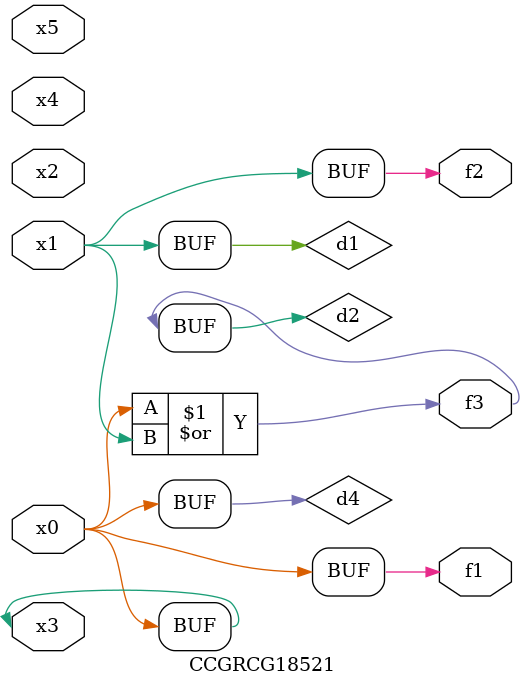
<source format=v>
module CCGRCG18521(
	input x0, x1, x2, x3, x4, x5,
	output f1, f2, f3
);

	wire d1, d2, d3, d4;

	and (d1, x1);
	or (d2, x0, x1);
	nand (d3, x0, x5);
	buf (d4, x0, x3);
	assign f1 = d4;
	assign f2 = d1;
	assign f3 = d2;
endmodule

</source>
